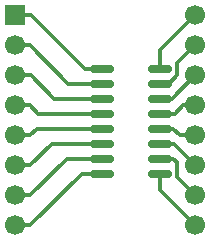
<source format=gtl>
G04 #@! TF.GenerationSoftware,KiCad,Pcbnew,9.0.6*
G04 #@! TF.CreationDate,2026-01-05T14:24:44-06:00*
G04 #@! TF.ProjectId,SOIC-16_3.9x9.9_P1.27,534f4943-2d31-4365-9f33-2e3978392e39,rev?*
G04 #@! TF.SameCoordinates,Original*
G04 #@! TF.FileFunction,Copper,L1,Top*
G04 #@! TF.FilePolarity,Positive*
%FSLAX46Y46*%
G04 Gerber Fmt 4.6, Leading zero omitted, Abs format (unit mm)*
G04 Created by KiCad (PCBNEW 9.0.6) date 2026-01-05 14:24:44*
%MOMM*%
%LPD*%
G01*
G04 APERTURE LIST*
G04 Aperture macros list*
%AMRoundRect*
0 Rectangle with rounded corners*
0 $1 Rounding radius*
0 $2 $3 $4 $5 $6 $7 $8 $9 X,Y pos of 4 corners*
0 Add a 4 corners polygon primitive as box body*
4,1,4,$2,$3,$4,$5,$6,$7,$8,$9,$2,$3,0*
0 Add four circle primitives for the rounded corners*
1,1,$1+$1,$2,$3*
1,1,$1+$1,$4,$5*
1,1,$1+$1,$6,$7*
1,1,$1+$1,$8,$9*
0 Add four rect primitives between the rounded corners*
20,1,$1+$1,$2,$3,$4,$5,0*
20,1,$1+$1,$4,$5,$6,$7,0*
20,1,$1+$1,$6,$7,$8,$9,0*
20,1,$1+$1,$8,$9,$2,$3,0*%
G04 Aperture macros list end*
G04 #@! TA.AperFunction,ComponentPad*
%ADD10C,1.700000*%
G04 #@! TD*
G04 #@! TA.AperFunction,ComponentPad*
%ADD11R,1.700000X1.700000*%
G04 #@! TD*
G04 #@! TA.AperFunction,SMDPad,CuDef*
%ADD12RoundRect,0.150000X-0.825000X-0.150000X0.825000X-0.150000X0.825000X0.150000X-0.825000X0.150000X0*%
G04 #@! TD*
G04 #@! TA.AperFunction,Conductor*
%ADD13C,0.300000*%
G04 #@! TD*
G04 APERTURE END LIST*
D10*
X134366000Y-107676001D03*
X134366000Y-105136000D03*
X134366000Y-102596000D03*
X134366000Y-100056000D03*
X134366000Y-97516000D03*
X134366000Y-94975999D03*
X134366000Y-92436000D03*
X134366000Y-89896000D03*
D11*
X119126000Y-89896000D03*
D10*
X119126000Y-92436000D03*
X119126000Y-94976000D03*
X119126000Y-97516000D03*
X119126000Y-100056000D03*
X119126000Y-102596000D03*
X119126000Y-105136000D03*
X119126000Y-107676000D03*
D12*
X126465250Y-94428500D03*
X126465250Y-95698500D03*
X126465250Y-96968500D03*
X126465250Y-98238500D03*
X126465250Y-99508500D03*
X126465250Y-100778500D03*
X126465250Y-102048500D03*
X126465250Y-103318500D03*
X131415250Y-103318500D03*
X131415250Y-102048500D03*
X131415250Y-100778500D03*
X131415250Y-99508500D03*
X131415250Y-98238500D03*
X131415250Y-96968500D03*
X131415250Y-95698500D03*
X131415250Y-94428500D03*
D13*
X120503000Y-89896000D02*
X119126000Y-89896000D01*
X125035500Y-94428500D02*
X120503000Y-89896000D01*
X126465250Y-94428500D02*
X125035500Y-94428500D01*
X120416000Y-107676000D02*
X119126000Y-107676000D01*
X124773500Y-103318500D02*
X120416000Y-107676000D01*
X126465250Y-103318500D02*
X124773500Y-103318500D01*
X120416000Y-105136000D02*
X119126000Y-105136000D01*
X123503500Y-102048500D02*
X120416000Y-105136000D01*
X126465250Y-102048500D02*
X123503500Y-102048500D01*
X120376000Y-92436000D02*
X119126000Y-92436000D01*
X123638500Y-95698500D02*
X120376000Y-92436000D01*
X126465250Y-95698500D02*
X123638500Y-95698500D01*
X121098500Y-98238500D02*
X126465250Y-98238500D01*
X120396000Y-97536000D02*
X121098500Y-98238500D01*
X119126000Y-97536000D02*
X120396000Y-97536000D01*
X120963500Y-99508500D02*
X126465250Y-99508500D01*
X120396000Y-100076000D02*
X120963500Y-99508500D01*
X119126000Y-100076000D02*
X120396000Y-100076000D01*
X122233500Y-100778500D02*
X120396000Y-102616000D01*
X120396000Y-102616000D02*
X119126000Y-102616000D01*
X126465250Y-100778500D02*
X122233500Y-100778500D01*
X120458250Y-94996000D02*
X119126000Y-94996000D01*
X122430750Y-96968500D02*
X120458250Y-94996000D01*
X126465250Y-96968500D02*
X122430750Y-96968500D01*
X131415250Y-92846750D02*
X134366000Y-89896000D01*
X131415250Y-94428500D02*
X131415250Y-92846750D01*
X131415250Y-104725251D02*
X134366000Y-107676001D01*
X131415250Y-103318500D02*
X131415250Y-104725251D01*
X132842000Y-103612000D02*
X134366000Y-105136000D01*
X132842000Y-102362000D02*
X132842000Y-103612000D01*
X132528500Y-102048500D02*
X132842000Y-102362000D01*
X131415250Y-102048500D02*
X132528500Y-102048500D01*
X132842000Y-93960000D02*
X134366000Y-92436000D01*
X132139500Y-95698500D02*
X132842000Y-94996000D01*
X132842000Y-94996000D02*
X132842000Y-93960000D01*
X131415250Y-95698500D02*
X132139500Y-95698500D01*
X132548500Y-100778500D02*
X134366000Y-102596000D01*
X131415250Y-100778500D02*
X132548500Y-100778500D01*
X134366000Y-94996000D02*
X134366000Y-94975999D01*
X132393500Y-96968500D02*
X134366000Y-94996000D01*
X131415250Y-96968500D02*
X132393500Y-96968500D01*
X131415250Y-98238500D02*
X132647500Y-98238500D01*
X132647500Y-98238500D02*
X133349999Y-97536001D01*
X133349999Y-97536001D02*
X134366000Y-97536001D01*
X133096000Y-100076000D02*
X134366000Y-100076000D01*
X132528500Y-99508500D02*
X133096000Y-100076000D01*
X131415250Y-99508500D02*
X132528500Y-99508500D01*
M02*

</source>
